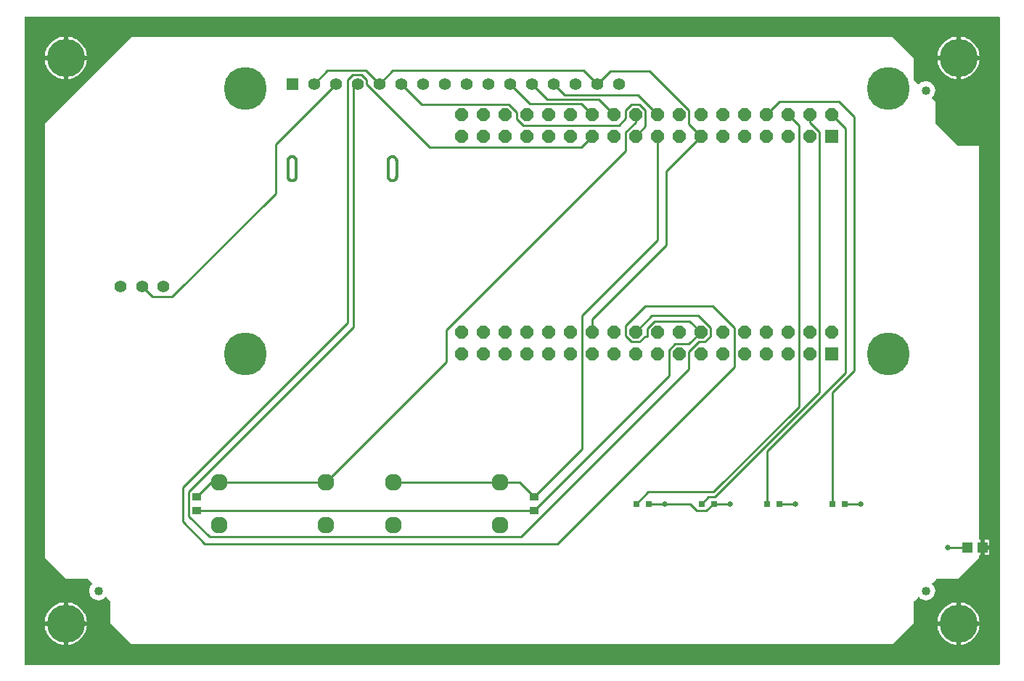
<source format=gbr>
G04 EAGLE Gerber RS-274X export*
G75*
%MOMM*%
%FSLAX34Y34*%
%LPD*%
%INTop Copper*%
%IPPOS*%
%AMOC8*
5,1,8,0,0,1.08239X$1,22.5*%
G01*
%ADD10R,1.524000X1.524000*%
%ADD11P,1.649562X8X202.500000*%
%ADD12C,1.400000*%
%ADD13C,1.960000*%
%ADD14R,0.800000X0.800000*%
%ADD15R,1.400000X1.400000*%
%ADD16C,5.000000*%
%ADD17R,1.031241X0.949959*%
%ADD18C,1.016000*%
%ADD19C,4.445000*%
%ADD20R,1.143000X1.270000*%
%ADD21C,0.300000*%
%ADD22C,0.254000*%
%ADD23C,0.654800*%

G36*
X1140444Y758308D02*
X1140444Y758308D01*
X1140437Y758427D01*
X1140424Y758465D01*
X1140419Y758506D01*
X1140376Y758616D01*
X1140339Y758729D01*
X1140317Y758764D01*
X1140302Y758801D01*
X1140233Y758897D01*
X1140169Y758998D01*
X1140139Y759026D01*
X1140116Y759059D01*
X1140024Y759135D01*
X1139937Y759216D01*
X1139902Y759236D01*
X1139871Y759261D01*
X1139763Y759312D01*
X1139659Y759370D01*
X1139619Y759380D01*
X1139583Y759397D01*
X1139466Y759419D01*
X1139351Y759449D01*
X1139291Y759453D01*
X1139271Y759457D01*
X1139250Y759455D01*
X1139190Y759459D01*
X3810Y759459D01*
X3692Y759444D01*
X3573Y759437D01*
X3535Y759424D01*
X3494Y759419D01*
X3384Y759376D01*
X3271Y759339D01*
X3236Y759317D01*
X3199Y759302D01*
X3103Y759233D01*
X3002Y759169D01*
X2974Y759139D01*
X2941Y759116D01*
X2865Y759024D01*
X2784Y758937D01*
X2764Y758902D01*
X2739Y758871D01*
X2688Y758763D01*
X2630Y758659D01*
X2620Y758619D01*
X2603Y758583D01*
X2581Y758466D01*
X2551Y758351D01*
X2547Y758291D01*
X2543Y758271D01*
X2545Y758250D01*
X2541Y758190D01*
X2541Y3810D01*
X2556Y3692D01*
X2563Y3573D01*
X2576Y3535D01*
X2581Y3494D01*
X2624Y3384D01*
X2661Y3271D01*
X2683Y3236D01*
X2698Y3199D01*
X2767Y3103D01*
X2831Y3002D01*
X2861Y2974D01*
X2884Y2941D01*
X2976Y2865D01*
X3063Y2784D01*
X3098Y2764D01*
X3129Y2739D01*
X3237Y2688D01*
X3341Y2630D01*
X3381Y2620D01*
X3417Y2603D01*
X3534Y2581D01*
X3649Y2551D01*
X3709Y2547D01*
X3729Y2543D01*
X3750Y2545D01*
X3810Y2541D01*
X1139190Y2541D01*
X1139308Y2556D01*
X1139427Y2563D01*
X1139465Y2576D01*
X1139506Y2581D01*
X1139616Y2624D01*
X1139729Y2661D01*
X1139764Y2683D01*
X1139801Y2698D01*
X1139897Y2767D01*
X1139998Y2831D01*
X1140026Y2861D01*
X1140059Y2884D01*
X1140135Y2976D01*
X1140216Y3063D01*
X1140236Y3098D01*
X1140261Y3129D01*
X1140312Y3237D01*
X1140370Y3341D01*
X1140380Y3381D01*
X1140397Y3417D01*
X1140419Y3534D01*
X1140449Y3649D01*
X1140453Y3709D01*
X1140457Y3729D01*
X1140455Y3750D01*
X1140459Y3810D01*
X1140459Y758190D01*
X1140444Y758308D01*
G37*
%LPC*%
G36*
X127526Y735331D02*
X127526Y735331D01*
X1015474Y735331D01*
X1040131Y710674D01*
X1040131Y685800D01*
X1040143Y685702D01*
X1040146Y685603D01*
X1040163Y685545D01*
X1040171Y685484D01*
X1040207Y685392D01*
X1040235Y685297D01*
X1040265Y685245D01*
X1040288Y685189D01*
X1040346Y685109D01*
X1040396Y685023D01*
X1040462Y684948D01*
X1040474Y684931D01*
X1040484Y684924D01*
X1040503Y684903D01*
X1044748Y680657D01*
X1044843Y680584D01*
X1044932Y680505D01*
X1044968Y680486D01*
X1045000Y680462D01*
X1045109Y680414D01*
X1045215Y680360D01*
X1045254Y680351D01*
X1045292Y680335D01*
X1045409Y680317D01*
X1045525Y680291D01*
X1045566Y680292D01*
X1045606Y680285D01*
X1045724Y680297D01*
X1045843Y680300D01*
X1045882Y680312D01*
X1045922Y680315D01*
X1046034Y680356D01*
X1046149Y680389D01*
X1046183Y680409D01*
X1046222Y680423D01*
X1046320Y680490D01*
X1046423Y680550D01*
X1046468Y680590D01*
X1046485Y680601D01*
X1046498Y680617D01*
X1046543Y680657D01*
X1048568Y682681D01*
X1054100Y684164D01*
X1059632Y682681D01*
X1063681Y678632D01*
X1065164Y673100D01*
X1063681Y667568D01*
X1061657Y665543D01*
X1061584Y665449D01*
X1061505Y665360D01*
X1061487Y665324D01*
X1061462Y665292D01*
X1061414Y665183D01*
X1061360Y665077D01*
X1061351Y665037D01*
X1061335Y665000D01*
X1061317Y664882D01*
X1061291Y664767D01*
X1061292Y664726D01*
X1061285Y664686D01*
X1061297Y664568D01*
X1061300Y664449D01*
X1061312Y664410D01*
X1061315Y664370D01*
X1061356Y664257D01*
X1061389Y664143D01*
X1061409Y664108D01*
X1061423Y664070D01*
X1061490Y663972D01*
X1061550Y663869D01*
X1061590Y663824D01*
X1061601Y663807D01*
X1061617Y663794D01*
X1061657Y663748D01*
X1065531Y659874D01*
X1065531Y635000D01*
X1065543Y634902D01*
X1065546Y634803D01*
X1065563Y634745D01*
X1065571Y634684D01*
X1065607Y634592D01*
X1065635Y634497D01*
X1065665Y634445D01*
X1065688Y634389D01*
X1065746Y634309D01*
X1065796Y634223D01*
X1065862Y634148D01*
X1065874Y634131D01*
X1065884Y634124D01*
X1065903Y634103D01*
X1091303Y608703D01*
X1091381Y608642D01*
X1091453Y608574D01*
X1091506Y608545D01*
X1091554Y608508D01*
X1091645Y608468D01*
X1091731Y608420D01*
X1091790Y608405D01*
X1091846Y608381D01*
X1091944Y608366D01*
X1092039Y608341D01*
X1092139Y608335D01*
X1092160Y608331D01*
X1092172Y608333D01*
X1092200Y608331D01*
X1116331Y608331D01*
X1116331Y149860D01*
X1116346Y149742D01*
X1116353Y149623D01*
X1116366Y149585D01*
X1116371Y149544D01*
X1116414Y149434D01*
X1116451Y149321D01*
X1116473Y149286D01*
X1116488Y149249D01*
X1116558Y149153D01*
X1116621Y149052D01*
X1116651Y149024D01*
X1116674Y148991D01*
X1116766Y148915D01*
X1116853Y148834D01*
X1116888Y148814D01*
X1116919Y148789D01*
X1117027Y148738D01*
X1117131Y148680D01*
X1117171Y148670D01*
X1117207Y148653D01*
X1117324Y148631D01*
X1117439Y148601D01*
X1117500Y148597D01*
X1117520Y148593D01*
X1117540Y148595D01*
X1117600Y148591D01*
X1117601Y148591D01*
X1117601Y140970D01*
X1117616Y140852D01*
X1117623Y140733D01*
X1117636Y140695D01*
X1117641Y140655D01*
X1117684Y140544D01*
X1117721Y140431D01*
X1117743Y140396D01*
X1117758Y140359D01*
X1117828Y140263D01*
X1117891Y140162D01*
X1117921Y140134D01*
X1117945Y140102D01*
X1118036Y140026D01*
X1118123Y139944D01*
X1118158Y139925D01*
X1118189Y139899D01*
X1118297Y139848D01*
X1118401Y139791D01*
X1118441Y139780D01*
X1118477Y139763D01*
X1118594Y139741D01*
X1118709Y139711D01*
X1118770Y139707D01*
X1118790Y139703D01*
X1118810Y139705D01*
X1118870Y139701D01*
X1120141Y139701D01*
X1120141Y139699D01*
X1118870Y139699D01*
X1118752Y139684D01*
X1118633Y139677D01*
X1118595Y139664D01*
X1118555Y139659D01*
X1118444Y139615D01*
X1118331Y139579D01*
X1118296Y139557D01*
X1118259Y139542D01*
X1118163Y139472D01*
X1118062Y139409D01*
X1118034Y139379D01*
X1118001Y139355D01*
X1117926Y139264D01*
X1117844Y139177D01*
X1117824Y139142D01*
X1117799Y139110D01*
X1117748Y139003D01*
X1117690Y138899D01*
X1117680Y138859D01*
X1117663Y138823D01*
X1117641Y138706D01*
X1117611Y138591D01*
X1117607Y138530D01*
X1117603Y138510D01*
X1117605Y138490D01*
X1117601Y138430D01*
X1117601Y130809D01*
X1117600Y130809D01*
X1117482Y130794D01*
X1117363Y130787D01*
X1117325Y130774D01*
X1117284Y130769D01*
X1117174Y130726D01*
X1117061Y130689D01*
X1117026Y130667D01*
X1116989Y130652D01*
X1116893Y130583D01*
X1116792Y130519D01*
X1116764Y130489D01*
X1116731Y130466D01*
X1116656Y130374D01*
X1116574Y130287D01*
X1116554Y130252D01*
X1116529Y130221D01*
X1116478Y130113D01*
X1116420Y130009D01*
X1116410Y129969D01*
X1116393Y129933D01*
X1116371Y129816D01*
X1116341Y129701D01*
X1116337Y129641D01*
X1116333Y129621D01*
X1116335Y129600D01*
X1116331Y129540D01*
X1116331Y127526D01*
X1091674Y102869D01*
X1066800Y102869D01*
X1066702Y102857D01*
X1066603Y102854D01*
X1066545Y102837D01*
X1066484Y102829D01*
X1066392Y102793D01*
X1066297Y102765D01*
X1066245Y102735D01*
X1066189Y102712D01*
X1066109Y102654D01*
X1066023Y102604D01*
X1065948Y102538D01*
X1065931Y102526D01*
X1065924Y102516D01*
X1065903Y102498D01*
X1061657Y98252D01*
X1061584Y98158D01*
X1061505Y98068D01*
X1061486Y98032D01*
X1061462Y98000D01*
X1061414Y97891D01*
X1061360Y97785D01*
X1061351Y97746D01*
X1061335Y97708D01*
X1061317Y97591D01*
X1061291Y97475D01*
X1061292Y97434D01*
X1061285Y97394D01*
X1061297Y97276D01*
X1061300Y97157D01*
X1061312Y97118D01*
X1061315Y97078D01*
X1061356Y96966D01*
X1061389Y96851D01*
X1061409Y96817D01*
X1061423Y96778D01*
X1061490Y96680D01*
X1061550Y96577D01*
X1061590Y96532D01*
X1061601Y96515D01*
X1061617Y96502D01*
X1061657Y96457D01*
X1063681Y94432D01*
X1065164Y88900D01*
X1063681Y83368D01*
X1059632Y79319D01*
X1054100Y77836D01*
X1048568Y79319D01*
X1046543Y81343D01*
X1046449Y81416D01*
X1046360Y81495D01*
X1046324Y81514D01*
X1046292Y81538D01*
X1046183Y81586D01*
X1046077Y81640D01*
X1046037Y81649D01*
X1046000Y81665D01*
X1045883Y81683D01*
X1045767Y81709D01*
X1045726Y81708D01*
X1045686Y81715D01*
X1045568Y81703D01*
X1045449Y81700D01*
X1045410Y81688D01*
X1045370Y81685D01*
X1045257Y81644D01*
X1045143Y81611D01*
X1045108Y81591D01*
X1045070Y81577D01*
X1044972Y81510D01*
X1044869Y81450D01*
X1044824Y81410D01*
X1044807Y81399D01*
X1044794Y81383D01*
X1044748Y81343D01*
X1040503Y77098D01*
X1040442Y77019D01*
X1040374Y76947D01*
X1040345Y76894D01*
X1040308Y76846D01*
X1040268Y76755D01*
X1040220Y76669D01*
X1040205Y76610D01*
X1040181Y76554D01*
X1040166Y76456D01*
X1040141Y76361D01*
X1040135Y76261D01*
X1040131Y76240D01*
X1040133Y76228D01*
X1040131Y76200D01*
X1040131Y51326D01*
X1015474Y26669D01*
X127526Y26669D01*
X102869Y51326D01*
X102869Y76200D01*
X102857Y76298D01*
X102854Y76397D01*
X102837Y76455D01*
X102829Y76516D01*
X102793Y76608D01*
X102765Y76703D01*
X102735Y76755D01*
X102712Y76811D01*
X102654Y76891D01*
X102604Y76977D01*
X102538Y77052D01*
X102526Y77069D01*
X102516Y77076D01*
X102498Y77098D01*
X98252Y81343D01*
X98157Y81416D01*
X98068Y81495D01*
X98032Y81513D01*
X98000Y81538D01*
X97891Y81586D01*
X97785Y81640D01*
X97746Y81649D01*
X97708Y81665D01*
X97591Y81683D01*
X97475Y81709D01*
X97434Y81708D01*
X97394Y81715D01*
X97276Y81703D01*
X97157Y81700D01*
X97118Y81688D01*
X97078Y81685D01*
X96966Y81644D01*
X96851Y81611D01*
X96817Y81591D01*
X96778Y81577D01*
X96680Y81510D01*
X96577Y81450D01*
X96532Y81410D01*
X96515Y81398D01*
X96502Y81383D01*
X96457Y81343D01*
X94432Y79319D01*
X88900Y77836D01*
X83368Y79319D01*
X79319Y83368D01*
X77836Y88900D01*
X79319Y94432D01*
X81343Y96457D01*
X81416Y96551D01*
X81495Y96640D01*
X81514Y96676D01*
X81538Y96708D01*
X81586Y96817D01*
X81640Y96923D01*
X81649Y96963D01*
X81665Y97000D01*
X81683Y97117D01*
X81709Y97233D01*
X81708Y97274D01*
X81715Y97314D01*
X81703Y97432D01*
X81700Y97551D01*
X81688Y97590D01*
X81685Y97630D01*
X81644Y97743D01*
X81611Y97857D01*
X81591Y97892D01*
X81577Y97930D01*
X81510Y98028D01*
X81450Y98131D01*
X81410Y98176D01*
X81399Y98193D01*
X81383Y98206D01*
X81343Y98252D01*
X77098Y102498D01*
X77019Y102558D01*
X76947Y102626D01*
X76894Y102655D01*
X76846Y102692D01*
X76755Y102732D01*
X76669Y102780D01*
X76610Y102795D01*
X76554Y102819D01*
X76456Y102834D01*
X76361Y102859D01*
X76261Y102865D01*
X76240Y102869D01*
X76228Y102867D01*
X76200Y102869D01*
X51326Y102869D01*
X26669Y127526D01*
X26669Y634474D01*
X127526Y735331D01*
G37*
%LPD*%
%LPC*%
G36*
X53339Y713739D02*
X53339Y713739D01*
X53339Y735836D01*
X54955Y735654D01*
X57667Y735035D01*
X60292Y734117D01*
X62799Y732910D01*
X65154Y731430D01*
X67329Y729695D01*
X69295Y727729D01*
X71030Y725554D01*
X72510Y723199D01*
X73717Y720692D01*
X74635Y718067D01*
X75254Y715355D01*
X75436Y713739D01*
X53339Y713739D01*
G37*
%LPD*%
%LPC*%
G36*
X1094739Y713739D02*
X1094739Y713739D01*
X1094739Y735836D01*
X1096355Y735654D01*
X1099067Y735035D01*
X1101692Y734117D01*
X1104199Y732910D01*
X1106554Y731430D01*
X1108729Y729695D01*
X1110695Y727729D01*
X1112430Y725554D01*
X1113910Y723199D01*
X1115117Y720692D01*
X1116035Y718067D01*
X1116654Y715355D01*
X1116836Y713739D01*
X1094739Y713739D01*
G37*
%LPD*%
%LPC*%
G36*
X53339Y53339D02*
X53339Y53339D01*
X53339Y75436D01*
X54955Y75254D01*
X57667Y74635D01*
X60292Y73717D01*
X62799Y72510D01*
X65154Y71030D01*
X67329Y69295D01*
X69295Y67329D01*
X71030Y65154D01*
X72510Y62799D01*
X73717Y60292D01*
X74635Y57667D01*
X75254Y54955D01*
X75436Y53339D01*
X53339Y53339D01*
G37*
%LPD*%
%LPC*%
G36*
X1094739Y53339D02*
X1094739Y53339D01*
X1094739Y75436D01*
X1096355Y75254D01*
X1099067Y74635D01*
X1101692Y73717D01*
X1104199Y72510D01*
X1106554Y71030D01*
X1108729Y69295D01*
X1110695Y67329D01*
X1112430Y65154D01*
X1113910Y62799D01*
X1115117Y60292D01*
X1116035Y57667D01*
X1116654Y54955D01*
X1116836Y53339D01*
X1094739Y53339D01*
G37*
%LPD*%
%LPC*%
G36*
X26164Y713739D02*
X26164Y713739D01*
X26346Y715355D01*
X26965Y718067D01*
X27883Y720692D01*
X29090Y723199D01*
X30570Y725554D01*
X32305Y727729D01*
X34271Y729695D01*
X36446Y731430D01*
X38801Y732910D01*
X41308Y734117D01*
X43933Y735035D01*
X46645Y735654D01*
X48261Y735836D01*
X48261Y713739D01*
X26164Y713739D01*
G37*
%LPD*%
%LPC*%
G36*
X1067564Y713739D02*
X1067564Y713739D01*
X1067746Y715355D01*
X1068365Y718067D01*
X1069283Y720692D01*
X1070490Y723199D01*
X1071970Y725554D01*
X1073705Y727729D01*
X1075671Y729695D01*
X1077846Y731430D01*
X1080201Y732910D01*
X1082708Y734117D01*
X1085333Y735035D01*
X1088045Y735654D01*
X1089661Y735836D01*
X1089661Y713739D01*
X1067564Y713739D01*
G37*
%LPD*%
%LPC*%
G36*
X1094739Y708661D02*
X1094739Y708661D01*
X1116836Y708661D01*
X1116654Y707045D01*
X1116035Y704333D01*
X1115117Y701708D01*
X1113910Y699201D01*
X1112430Y696846D01*
X1110695Y694671D01*
X1108729Y692705D01*
X1106554Y690970D01*
X1104199Y689490D01*
X1101692Y688283D01*
X1099067Y687365D01*
X1096355Y686746D01*
X1094739Y686564D01*
X1094739Y708661D01*
G37*
%LPD*%
%LPC*%
G36*
X53339Y708661D02*
X53339Y708661D01*
X75436Y708661D01*
X75254Y707045D01*
X74635Y704333D01*
X73717Y701708D01*
X72510Y699201D01*
X71030Y696846D01*
X69295Y694671D01*
X67329Y692705D01*
X65154Y690970D01*
X62799Y689490D01*
X60292Y688283D01*
X57667Y687365D01*
X54955Y686746D01*
X53339Y686564D01*
X53339Y708661D01*
G37*
%LPD*%
%LPC*%
G36*
X26164Y53339D02*
X26164Y53339D01*
X26346Y54955D01*
X26965Y57667D01*
X27883Y60292D01*
X29090Y62799D01*
X30570Y65154D01*
X32305Y67329D01*
X34271Y69295D01*
X36446Y71030D01*
X38801Y72510D01*
X41308Y73717D01*
X43933Y74635D01*
X46645Y75254D01*
X48261Y75436D01*
X48261Y53339D01*
X26164Y53339D01*
G37*
%LPD*%
%LPC*%
G36*
X1067564Y53339D02*
X1067564Y53339D01*
X1067746Y54955D01*
X1068365Y57667D01*
X1069283Y60292D01*
X1070490Y62799D01*
X1071970Y65154D01*
X1073705Y67329D01*
X1075671Y69295D01*
X1077846Y71030D01*
X1080201Y72510D01*
X1082708Y73717D01*
X1085333Y74635D01*
X1088045Y75254D01*
X1089661Y75436D01*
X1089661Y53339D01*
X1067564Y53339D01*
G37*
%LPD*%
%LPC*%
G36*
X1094739Y48261D02*
X1094739Y48261D01*
X1116836Y48261D01*
X1116654Y46645D01*
X1116035Y43933D01*
X1115117Y41308D01*
X1113910Y38801D01*
X1112430Y36446D01*
X1110695Y34271D01*
X1108729Y32305D01*
X1106554Y30570D01*
X1104199Y29090D01*
X1101692Y27883D01*
X1099067Y26965D01*
X1096355Y26346D01*
X1094739Y26164D01*
X1094739Y48261D01*
G37*
%LPD*%
%LPC*%
G36*
X53339Y48261D02*
X53339Y48261D01*
X75436Y48261D01*
X75254Y46645D01*
X74635Y43933D01*
X73717Y41308D01*
X72510Y38801D01*
X71030Y36446D01*
X69295Y34271D01*
X67329Y32305D01*
X65154Y30570D01*
X62799Y29090D01*
X60292Y27883D01*
X57667Y26965D01*
X54955Y26346D01*
X53339Y26164D01*
X53339Y48261D01*
G37*
%LPD*%
%LPC*%
G36*
X1088045Y686746D02*
X1088045Y686746D01*
X1085333Y687365D01*
X1082708Y688283D01*
X1080201Y689490D01*
X1077846Y690970D01*
X1075671Y692705D01*
X1073705Y694671D01*
X1071970Y696846D01*
X1070490Y699201D01*
X1069283Y701708D01*
X1068365Y704333D01*
X1067746Y707045D01*
X1067564Y708661D01*
X1089661Y708661D01*
X1089661Y686564D01*
X1088045Y686746D01*
G37*
%LPD*%
%LPC*%
G36*
X46645Y686746D02*
X46645Y686746D01*
X43933Y687365D01*
X41308Y688283D01*
X38801Y689490D01*
X36446Y690970D01*
X34271Y692705D01*
X32305Y694671D01*
X30570Y696846D01*
X29090Y699201D01*
X27883Y701708D01*
X26965Y704333D01*
X26346Y707045D01*
X26164Y708661D01*
X48261Y708661D01*
X48261Y686564D01*
X46645Y686746D01*
G37*
%LPD*%
%LPC*%
G36*
X1088045Y26346D02*
X1088045Y26346D01*
X1085333Y26965D01*
X1082708Y27883D01*
X1080201Y29090D01*
X1077846Y30570D01*
X1075671Y32305D01*
X1073705Y34271D01*
X1071970Y36446D01*
X1070490Y38801D01*
X1069283Y41308D01*
X1068365Y43933D01*
X1067746Y46645D01*
X1067564Y48261D01*
X1089661Y48261D01*
X1089661Y26164D01*
X1088045Y26346D01*
G37*
%LPD*%
%LPC*%
G36*
X46645Y26346D02*
X46645Y26346D01*
X43933Y26965D01*
X41308Y27883D01*
X38801Y29090D01*
X36446Y30570D01*
X34271Y32305D01*
X32305Y34271D01*
X30570Y36446D01*
X29090Y38801D01*
X27883Y41308D01*
X26965Y43933D01*
X26346Y46645D01*
X26164Y48261D01*
X48261Y48261D01*
X48261Y26164D01*
X46645Y26346D01*
G37*
%LPD*%
%LPC*%
G36*
X1122679Y142239D02*
X1122679Y142239D01*
X1122679Y148591D01*
X1126189Y148591D01*
X1126836Y148418D01*
X1127415Y148083D01*
X1127888Y147610D01*
X1128223Y147031D01*
X1128396Y146384D01*
X1128396Y142239D01*
X1122679Y142239D01*
G37*
%LPD*%
%LPC*%
G36*
X1122679Y130809D02*
X1122679Y130809D01*
X1122679Y137161D01*
X1128396Y137161D01*
X1128396Y133016D01*
X1128223Y132369D01*
X1127888Y131790D01*
X1127415Y131317D01*
X1126836Y130982D01*
X1126189Y130809D01*
X1122679Y130809D01*
G37*
%LPD*%
%LPC*%
G36*
X1092199Y711199D02*
X1092199Y711199D01*
X1092199Y711201D01*
X1092201Y711201D01*
X1092201Y711199D01*
X1092199Y711199D01*
G37*
%LPD*%
%LPC*%
G36*
X50799Y711199D02*
X50799Y711199D01*
X50799Y711201D01*
X50801Y711201D01*
X50801Y711199D01*
X50799Y711199D01*
G37*
%LPD*%
%LPC*%
G36*
X1092199Y50799D02*
X1092199Y50799D01*
X1092199Y50801D01*
X1092201Y50801D01*
X1092201Y50799D01*
X1092199Y50799D01*
G37*
%LPD*%
%LPC*%
G36*
X50799Y50799D02*
X50799Y50799D01*
X50799Y50801D01*
X50801Y50801D01*
X50801Y50799D01*
X50799Y50799D01*
G37*
%LPD*%
D10*
X944200Y365500D03*
D11*
X944200Y390900D03*
X918800Y365500D03*
X918800Y390900D03*
X893400Y365500D03*
X893400Y390900D03*
X868000Y365500D03*
X868000Y390900D03*
X842600Y365500D03*
X842600Y390900D03*
X817200Y365500D03*
X817200Y390900D03*
X791800Y365500D03*
X791800Y390900D03*
X766400Y365500D03*
X766400Y390900D03*
X741000Y365500D03*
X741000Y390900D03*
X715600Y365500D03*
X715600Y390900D03*
X690200Y365500D03*
X690200Y390900D03*
X664800Y365500D03*
X664800Y390900D03*
X639400Y365500D03*
X639400Y390900D03*
X614000Y365500D03*
X614000Y390900D03*
X588600Y365500D03*
X588600Y390900D03*
X563200Y365500D03*
X563200Y390900D03*
X537800Y365500D03*
X537800Y390900D03*
X512400Y365500D03*
X512400Y390900D03*
D10*
X944200Y619500D03*
D11*
X944200Y644900D03*
X918800Y619500D03*
X918800Y644900D03*
X893400Y619500D03*
X893400Y644900D03*
X868000Y619500D03*
X868000Y644900D03*
X842600Y619500D03*
X842600Y644900D03*
X817200Y619500D03*
X817200Y644900D03*
X791800Y619500D03*
X791800Y644900D03*
X766400Y619500D03*
X766400Y644900D03*
X741000Y619500D03*
X741000Y644900D03*
X715600Y619500D03*
X715600Y644900D03*
X690200Y619500D03*
X690200Y644900D03*
X664800Y619500D03*
X664800Y644900D03*
X639400Y619500D03*
X639400Y644900D03*
X614000Y619500D03*
X614000Y644900D03*
X588600Y619500D03*
X588600Y644900D03*
X563200Y619500D03*
X563200Y644900D03*
X537800Y619500D03*
X537800Y644900D03*
X512400Y619500D03*
X512400Y644900D03*
D12*
X114700Y444500D03*
X139700Y444500D03*
X164700Y444500D03*
D13*
X354600Y215500D03*
X354600Y165500D03*
X229600Y165500D03*
X229600Y215500D03*
D14*
X716400Y190500D03*
X731400Y190500D03*
X792600Y190500D03*
X807600Y190500D03*
X868800Y190500D03*
X883800Y190500D03*
X945000Y190500D03*
X960000Y190500D03*
D15*
X315000Y680700D03*
D12*
X340400Y680700D03*
X365800Y680700D03*
X391200Y680700D03*
X416600Y680700D03*
X442000Y680700D03*
X467400Y680700D03*
X492800Y680700D03*
X518200Y680700D03*
X543600Y680700D03*
X569000Y680700D03*
X594400Y680700D03*
X619800Y680700D03*
X645200Y680700D03*
X670600Y680700D03*
X696000Y680700D03*
D16*
X260000Y675700D03*
X1010000Y675700D03*
X260000Y365700D03*
X1010000Y365700D03*
D17*
X203200Y198501D03*
X203200Y182499D03*
X596900Y198501D03*
X596900Y182499D03*
D13*
X557800Y215500D03*
X557800Y165500D03*
X432800Y165500D03*
X432800Y215500D03*
D18*
X88900Y88900D03*
X1054100Y88900D03*
X1054100Y673100D03*
D19*
X50800Y50800D03*
X50800Y711200D03*
X1092200Y711200D03*
X1092200Y50800D03*
D20*
X1102360Y139700D03*
X1120140Y139700D03*
D21*
X436880Y590660D02*
X436878Y590800D01*
X436872Y590940D01*
X436862Y591080D01*
X436849Y591220D01*
X436831Y591359D01*
X436809Y591498D01*
X436784Y591635D01*
X436755Y591773D01*
X436722Y591909D01*
X436685Y592044D01*
X436644Y592178D01*
X436599Y592311D01*
X436551Y592443D01*
X436499Y592573D01*
X436444Y592702D01*
X436385Y592829D01*
X436322Y592955D01*
X436256Y593079D01*
X436187Y593200D01*
X436114Y593320D01*
X436037Y593438D01*
X435958Y593553D01*
X435875Y593667D01*
X435789Y593777D01*
X435700Y593886D01*
X435608Y593992D01*
X435513Y594095D01*
X435416Y594196D01*
X435315Y594293D01*
X435212Y594388D01*
X435106Y594480D01*
X434997Y594569D01*
X434887Y594655D01*
X434773Y594738D01*
X434658Y594817D01*
X434540Y594894D01*
X434420Y594967D01*
X434299Y595036D01*
X434175Y595102D01*
X434049Y595165D01*
X433922Y595224D01*
X433793Y595279D01*
X433663Y595331D01*
X433531Y595379D01*
X433398Y595424D01*
X433264Y595465D01*
X433129Y595502D01*
X432993Y595535D01*
X432855Y595564D01*
X432718Y595589D01*
X432579Y595611D01*
X432440Y595629D01*
X432300Y595642D01*
X432160Y595652D01*
X432020Y595658D01*
X431880Y595660D01*
X431740Y595658D01*
X431600Y595652D01*
X431460Y595642D01*
X431320Y595629D01*
X431181Y595611D01*
X431042Y595589D01*
X430905Y595564D01*
X430767Y595535D01*
X430631Y595502D01*
X430496Y595465D01*
X430362Y595424D01*
X430229Y595379D01*
X430097Y595331D01*
X429967Y595279D01*
X429838Y595224D01*
X429711Y595165D01*
X429585Y595102D01*
X429461Y595036D01*
X429340Y594967D01*
X429220Y594894D01*
X429102Y594817D01*
X428987Y594738D01*
X428873Y594655D01*
X428763Y594569D01*
X428654Y594480D01*
X428548Y594388D01*
X428445Y594293D01*
X428344Y594196D01*
X428247Y594095D01*
X428152Y593992D01*
X428060Y593886D01*
X427971Y593777D01*
X427885Y593667D01*
X427802Y593553D01*
X427723Y593438D01*
X427646Y593320D01*
X427573Y593200D01*
X427504Y593079D01*
X427438Y592955D01*
X427375Y592829D01*
X427316Y592702D01*
X427261Y592573D01*
X427209Y592443D01*
X427161Y592311D01*
X427116Y592178D01*
X427075Y592044D01*
X427038Y591909D01*
X427005Y591773D01*
X426976Y591635D01*
X426951Y591498D01*
X426929Y591359D01*
X426911Y591220D01*
X426898Y591080D01*
X426888Y590940D01*
X426882Y590800D01*
X426880Y590660D01*
X426880Y572660D01*
X426882Y572520D01*
X426888Y572380D01*
X426898Y572240D01*
X426911Y572100D01*
X426929Y571961D01*
X426951Y571822D01*
X426976Y571685D01*
X427005Y571547D01*
X427038Y571411D01*
X427075Y571276D01*
X427116Y571142D01*
X427161Y571009D01*
X427209Y570877D01*
X427261Y570747D01*
X427316Y570618D01*
X427375Y570491D01*
X427438Y570365D01*
X427504Y570241D01*
X427573Y570120D01*
X427646Y570000D01*
X427723Y569882D01*
X427802Y569767D01*
X427885Y569653D01*
X427971Y569543D01*
X428060Y569434D01*
X428152Y569328D01*
X428247Y569225D01*
X428344Y569124D01*
X428445Y569027D01*
X428548Y568932D01*
X428654Y568840D01*
X428763Y568751D01*
X428873Y568665D01*
X428987Y568582D01*
X429102Y568503D01*
X429220Y568426D01*
X429340Y568353D01*
X429461Y568284D01*
X429585Y568218D01*
X429711Y568155D01*
X429838Y568096D01*
X429967Y568041D01*
X430097Y567989D01*
X430229Y567941D01*
X430362Y567896D01*
X430496Y567855D01*
X430631Y567818D01*
X430767Y567785D01*
X430905Y567756D01*
X431042Y567731D01*
X431181Y567709D01*
X431320Y567691D01*
X431460Y567678D01*
X431600Y567668D01*
X431740Y567662D01*
X431880Y567660D01*
X432020Y567662D01*
X432160Y567668D01*
X432300Y567678D01*
X432440Y567691D01*
X432579Y567709D01*
X432718Y567731D01*
X432855Y567756D01*
X432993Y567785D01*
X433129Y567818D01*
X433264Y567855D01*
X433398Y567896D01*
X433531Y567941D01*
X433663Y567989D01*
X433793Y568041D01*
X433922Y568096D01*
X434049Y568155D01*
X434175Y568218D01*
X434299Y568284D01*
X434420Y568353D01*
X434540Y568426D01*
X434658Y568503D01*
X434773Y568582D01*
X434887Y568665D01*
X434997Y568751D01*
X435106Y568840D01*
X435212Y568932D01*
X435315Y569027D01*
X435416Y569124D01*
X435513Y569225D01*
X435608Y569328D01*
X435700Y569434D01*
X435789Y569543D01*
X435875Y569653D01*
X435958Y569767D01*
X436037Y569882D01*
X436114Y570000D01*
X436187Y570120D01*
X436256Y570241D01*
X436322Y570365D01*
X436385Y570491D01*
X436444Y570618D01*
X436499Y570747D01*
X436551Y570877D01*
X436599Y571009D01*
X436644Y571142D01*
X436685Y571276D01*
X436722Y571411D01*
X436755Y571547D01*
X436784Y571685D01*
X436809Y571822D01*
X436831Y571961D01*
X436849Y572100D01*
X436862Y572240D01*
X436872Y572380D01*
X436878Y572520D01*
X436880Y572660D01*
X436880Y590660D01*
X319880Y590660D02*
X319878Y590800D01*
X319872Y590940D01*
X319862Y591080D01*
X319849Y591220D01*
X319831Y591359D01*
X319809Y591498D01*
X319784Y591635D01*
X319755Y591773D01*
X319722Y591909D01*
X319685Y592044D01*
X319644Y592178D01*
X319599Y592311D01*
X319551Y592443D01*
X319499Y592573D01*
X319444Y592702D01*
X319385Y592829D01*
X319322Y592955D01*
X319256Y593079D01*
X319187Y593200D01*
X319114Y593320D01*
X319037Y593438D01*
X318958Y593553D01*
X318875Y593667D01*
X318789Y593777D01*
X318700Y593886D01*
X318608Y593992D01*
X318513Y594095D01*
X318416Y594196D01*
X318315Y594293D01*
X318212Y594388D01*
X318106Y594480D01*
X317997Y594569D01*
X317887Y594655D01*
X317773Y594738D01*
X317658Y594817D01*
X317540Y594894D01*
X317420Y594967D01*
X317299Y595036D01*
X317175Y595102D01*
X317049Y595165D01*
X316922Y595224D01*
X316793Y595279D01*
X316663Y595331D01*
X316531Y595379D01*
X316398Y595424D01*
X316264Y595465D01*
X316129Y595502D01*
X315993Y595535D01*
X315855Y595564D01*
X315718Y595589D01*
X315579Y595611D01*
X315440Y595629D01*
X315300Y595642D01*
X315160Y595652D01*
X315020Y595658D01*
X314880Y595660D01*
X314740Y595658D01*
X314600Y595652D01*
X314460Y595642D01*
X314320Y595629D01*
X314181Y595611D01*
X314042Y595589D01*
X313905Y595564D01*
X313767Y595535D01*
X313631Y595502D01*
X313496Y595465D01*
X313362Y595424D01*
X313229Y595379D01*
X313097Y595331D01*
X312967Y595279D01*
X312838Y595224D01*
X312711Y595165D01*
X312585Y595102D01*
X312461Y595036D01*
X312340Y594967D01*
X312220Y594894D01*
X312102Y594817D01*
X311987Y594738D01*
X311873Y594655D01*
X311763Y594569D01*
X311654Y594480D01*
X311548Y594388D01*
X311445Y594293D01*
X311344Y594196D01*
X311247Y594095D01*
X311152Y593992D01*
X311060Y593886D01*
X310971Y593777D01*
X310885Y593667D01*
X310802Y593553D01*
X310723Y593438D01*
X310646Y593320D01*
X310573Y593200D01*
X310504Y593079D01*
X310438Y592955D01*
X310375Y592829D01*
X310316Y592702D01*
X310261Y592573D01*
X310209Y592443D01*
X310161Y592311D01*
X310116Y592178D01*
X310075Y592044D01*
X310038Y591909D01*
X310005Y591773D01*
X309976Y591635D01*
X309951Y591498D01*
X309929Y591359D01*
X309911Y591220D01*
X309898Y591080D01*
X309888Y590940D01*
X309882Y590800D01*
X309880Y590660D01*
X309880Y572660D01*
X309882Y572520D01*
X309888Y572380D01*
X309898Y572240D01*
X309911Y572100D01*
X309929Y571961D01*
X309951Y571822D01*
X309976Y571685D01*
X310005Y571547D01*
X310038Y571411D01*
X310075Y571276D01*
X310116Y571142D01*
X310161Y571009D01*
X310209Y570877D01*
X310261Y570747D01*
X310316Y570618D01*
X310375Y570491D01*
X310438Y570365D01*
X310504Y570241D01*
X310573Y570120D01*
X310646Y570000D01*
X310723Y569882D01*
X310802Y569767D01*
X310885Y569653D01*
X310971Y569543D01*
X311060Y569434D01*
X311152Y569328D01*
X311247Y569225D01*
X311344Y569124D01*
X311445Y569027D01*
X311548Y568932D01*
X311654Y568840D01*
X311763Y568751D01*
X311873Y568665D01*
X311987Y568582D01*
X312102Y568503D01*
X312220Y568426D01*
X312340Y568353D01*
X312461Y568284D01*
X312585Y568218D01*
X312711Y568155D01*
X312838Y568096D01*
X312967Y568041D01*
X313097Y567989D01*
X313229Y567941D01*
X313362Y567896D01*
X313496Y567855D01*
X313631Y567818D01*
X313767Y567785D01*
X313905Y567756D01*
X314042Y567731D01*
X314181Y567709D01*
X314320Y567691D01*
X314460Y567678D01*
X314600Y567668D01*
X314740Y567662D01*
X314880Y567660D01*
X315020Y567662D01*
X315160Y567668D01*
X315300Y567678D01*
X315440Y567691D01*
X315579Y567709D01*
X315718Y567731D01*
X315855Y567756D01*
X315993Y567785D01*
X316129Y567818D01*
X316264Y567855D01*
X316398Y567896D01*
X316531Y567941D01*
X316663Y567989D01*
X316793Y568041D01*
X316922Y568096D01*
X317049Y568155D01*
X317175Y568218D01*
X317299Y568284D01*
X317420Y568353D01*
X317540Y568426D01*
X317658Y568503D01*
X317773Y568582D01*
X317887Y568665D01*
X317997Y568751D01*
X318106Y568840D01*
X318212Y568932D01*
X318315Y569027D01*
X318416Y569124D01*
X318513Y569225D01*
X318608Y569328D01*
X318700Y569434D01*
X318789Y569543D01*
X318875Y569653D01*
X318958Y569767D01*
X319037Y569882D01*
X319114Y570000D01*
X319187Y570120D01*
X319256Y570241D01*
X319322Y570365D01*
X319385Y570491D01*
X319444Y570618D01*
X319499Y570747D01*
X319551Y570877D01*
X319599Y571009D01*
X319644Y571142D01*
X319685Y571276D01*
X319722Y571411D01*
X319755Y571547D01*
X319784Y571685D01*
X319809Y571822D01*
X319831Y571961D01*
X319849Y572100D01*
X319862Y572240D01*
X319872Y572380D01*
X319878Y572520D01*
X319880Y572660D01*
X319880Y590660D01*
D22*
X1079500Y139700D02*
X1102360Y139700D01*
D23*
X1079500Y139700D03*
D22*
X901700Y190500D02*
X883800Y190500D01*
D23*
X901700Y190500D03*
D22*
X960000Y190500D02*
X977900Y190500D01*
D23*
X977900Y190500D03*
D22*
X825500Y190500D02*
X807600Y190500D01*
D23*
X825500Y190500D03*
D22*
X749300Y190500D02*
X731400Y190500D01*
D23*
X749300Y190500D03*
D22*
X787022Y182690D02*
X798178Y182690D01*
X779212Y190500D02*
X749300Y190500D01*
X805988Y190500D02*
X807600Y190500D01*
X787022Y182690D02*
X779212Y190500D01*
X798178Y182690D02*
X805988Y190500D01*
X796535Y379470D02*
X803230Y386166D01*
X803230Y395635D01*
X194234Y204829D02*
X194234Y176171D01*
X777830Y367695D02*
X789606Y379470D01*
X796535Y379470D01*
X777830Y367695D02*
X777830Y347627D01*
X391200Y680700D02*
X389930Y680700D01*
X386374Y677144D01*
X386374Y396969D01*
X194234Y204829D01*
X194234Y176171D02*
X218515Y151890D01*
X582093Y151890D01*
X777830Y347627D01*
X803230Y395635D02*
X788915Y409950D01*
X734650Y409950D02*
X715600Y390900D01*
X734650Y409950D02*
X788915Y409950D01*
X568945Y655320D02*
X567935Y656330D01*
X568945Y655320D02*
X568960Y655320D01*
X466370Y656330D02*
X442000Y680700D01*
X466370Y656330D02*
X567935Y656330D01*
X568945Y655320D02*
X576565Y647700D01*
X576580Y647700D01*
X576580Y640080D01*
X584200Y632460D01*
X695960Y632460D01*
X704170Y640670D02*
X704170Y649635D01*
X710866Y656330D01*
X720335Y656330D01*
X721345Y655320D01*
X721360Y655320D01*
X721360Y655305D01*
X727030Y649635D01*
X727030Y630930D01*
X715600Y619500D01*
X695960Y632460D02*
X704170Y640670D01*
X592354Y657346D02*
X569000Y680700D01*
X652354Y657346D02*
X664800Y644900D01*
X652354Y657346D02*
X592354Y657346D01*
X672674Y662426D02*
X690200Y644900D01*
X672674Y662426D02*
X612674Y662426D01*
X594400Y680700D01*
X717900Y668000D02*
X741000Y644900D01*
X717900Y668000D02*
X632500Y668000D01*
X619800Y680700D01*
X340428Y680700D02*
X340400Y680700D01*
X340428Y680700D02*
X356318Y696590D01*
X670600Y680700D02*
X685860Y695960D01*
X777830Y633470D02*
X791800Y619500D01*
X777830Y633470D02*
X777830Y649635D01*
X731505Y695960D01*
X685860Y695960D01*
X791800Y619500D02*
X751160Y578860D01*
X751160Y492500D01*
X664800Y406140D01*
X664800Y390900D01*
X400710Y696590D02*
X356318Y696590D01*
X400710Y696590D02*
X416600Y680700D01*
X432490Y696590D01*
X654710Y696590D02*
X670600Y680700D01*
X654710Y696590D02*
X432490Y696590D01*
X152146Y432054D02*
X139700Y444500D01*
X152146Y432054D02*
X175006Y432054D01*
X295656Y552704D01*
X295656Y610556D02*
X365800Y680700D01*
X295656Y610556D02*
X295656Y552704D01*
X203200Y182499D02*
X596900Y182499D01*
X754380Y339979D01*
X777830Y376930D02*
X791800Y390900D01*
X754380Y369645D02*
X754380Y339979D01*
X754380Y369645D02*
X761666Y376930D01*
X777830Y376930D01*
X791800Y390900D02*
X778840Y403860D01*
X737796Y403860D01*
X728980Y395045D01*
X728980Y386080D01*
X726945Y386080D01*
X720335Y379470D01*
X710866Y379470D01*
X703580Y386756D01*
X703580Y398780D01*
X726440Y421640D01*
X805180Y421640D01*
X830580Y396240D01*
X830580Y350520D01*
X624078Y144018D01*
X213106Y144018D01*
X187452Y169672D01*
X187452Y209804D01*
X379628Y685686D02*
X385452Y691510D01*
X395678Y691510D01*
X402010Y685178D01*
X379628Y401980D02*
X187452Y209804D01*
X402010Y680002D02*
X402010Y685178D01*
X402010Y680002D02*
X474952Y607060D01*
X379628Y685686D02*
X379628Y401980D01*
X652360Y607060D02*
X664800Y619500D01*
X652360Y607060D02*
X474952Y607060D01*
X944200Y644900D02*
X960120Y628980D01*
X960120Y343034D02*
X868800Y251714D01*
X868800Y190500D01*
X960120Y343034D02*
X960120Y628980D01*
X906018Y632282D02*
X893400Y644900D01*
X906018Y303784D02*
X806704Y204470D01*
X730370Y204470D02*
X716400Y190500D01*
X906018Y303784D02*
X906018Y632282D01*
X806704Y204470D02*
X730370Y204470D01*
X918800Y635665D02*
X918800Y644900D01*
X918800Y635665D02*
X930230Y624235D01*
X930230Y320812D02*
X807728Y198310D01*
X930230Y320812D02*
X930230Y624235D01*
X800410Y198310D02*
X792600Y190500D01*
X800410Y198310D02*
X807728Y198310D01*
X868000Y644900D02*
X883500Y660400D01*
X970280Y345828D02*
X945000Y320548D01*
X945000Y190500D01*
X952500Y660400D02*
X883500Y660400D01*
X952500Y660400D02*
X970280Y642620D01*
X970280Y345828D01*
X354600Y215500D02*
X229600Y215500D01*
X220199Y215500D02*
X203200Y198501D01*
X220199Y215500D02*
X229600Y215500D01*
X494874Y355774D02*
X494874Y393603D01*
X494874Y355774D02*
X354600Y215500D01*
X715600Y635665D02*
X715600Y644900D01*
X715600Y635665D02*
X704170Y624235D01*
X704170Y602899D02*
X494874Y393603D01*
X704170Y602899D02*
X704170Y624235D01*
X557800Y215500D02*
X432800Y215500D01*
X557800Y215500D02*
X579901Y215500D01*
X596900Y198501D01*
X741000Y498430D02*
X741000Y619500D01*
X741000Y498430D02*
X652780Y410210D01*
X652780Y254381D02*
X596900Y198501D01*
X652780Y254381D02*
X652780Y410210D01*
M02*

</source>
